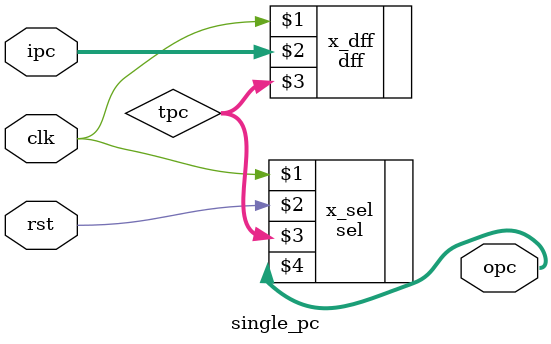
<source format=v>
`timescale 1ns / 1ps
module single_pc(clk,rst,ipc,opc);
		input clk;
		input rst;
 		input [8:0] ipc;
  		output [8:0] opc;
		wire [8:0] tpc;
		
		dff x_dff(clk,ipc,tpc);
		sel x_sel(clk,rst,tpc,opc);
endmodule

</source>
